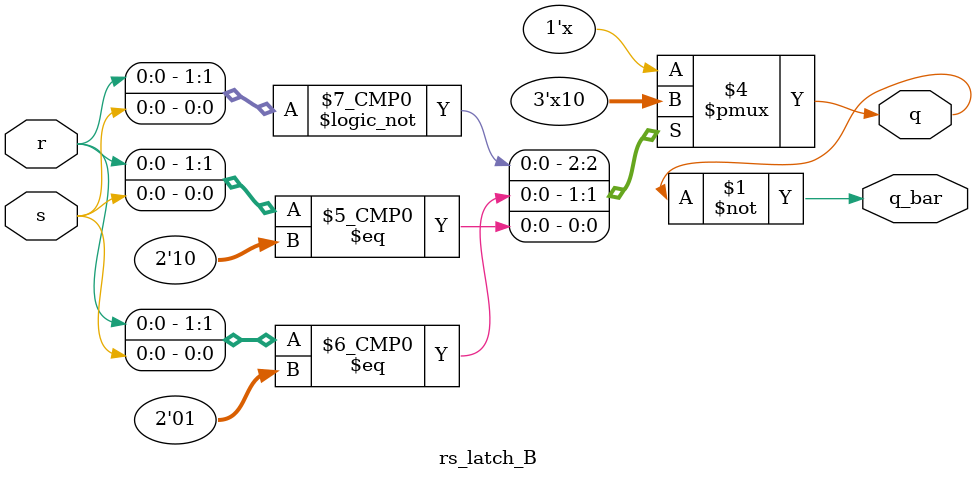
<source format=v>
module rs_latch_B(q, q_bar, r, s);
  output q, q_bar;
  input r, s;
  reg q; 
  
  assign q_bar = ~q;
  
  always @ ( r or s ) // When ever r or s change,
  begin
    case ({r,s})
      2'b00 : q <= ~q;    // Model the race conditions
      2'b01 : q <= 1'b1;  // Set
      2'b10 : q <= 1'b0;  // Reset
    endcase
  end
  
endmodule
</source>
